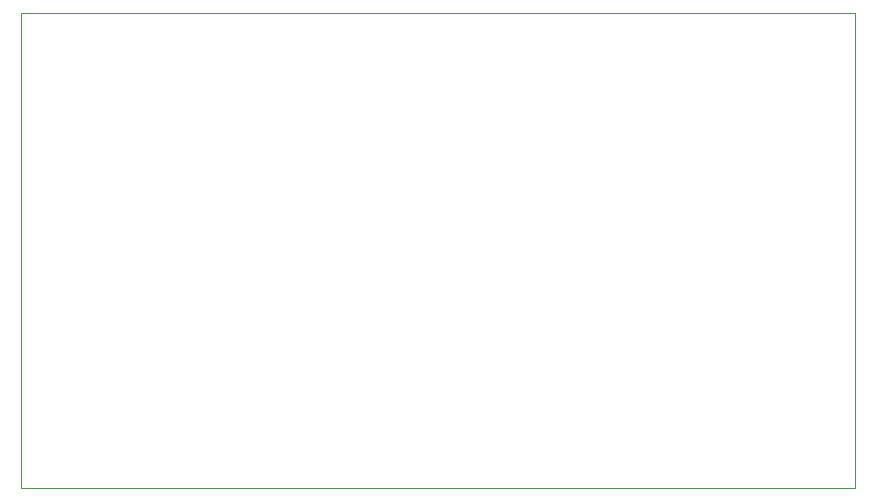
<source format=gbr>
%TF.GenerationSoftware,KiCad,Pcbnew,(7.0.0)*%
%TF.CreationDate,2023-03-19T14:03:37+01:00*%
%TF.ProjectId,breakout-board-power-measurement,62726561-6b6f-4757-942d-626f6172642d,rev?*%
%TF.SameCoordinates,Original*%
%TF.FileFunction,Profile,NP*%
%FSLAX46Y46*%
G04 Gerber Fmt 4.6, Leading zero omitted, Abs format (unit mm)*
G04 Created by KiCad (PCBNEW (7.0.0)) date 2023-03-19 14:03:37*
%MOMM*%
%LPD*%
G01*
G04 APERTURE LIST*
%TA.AperFunction,Profile*%
%ADD10C,0.100000*%
%TD*%
G04 APERTURE END LIST*
D10*
X118400000Y-112600000D02*
X189000000Y-112600000D01*
X189000000Y-112600000D02*
X189000000Y-152800000D01*
X189000000Y-152800000D02*
X118400000Y-152800000D01*
X118400000Y-152800000D02*
X118400000Y-112600000D01*
M02*

</source>
